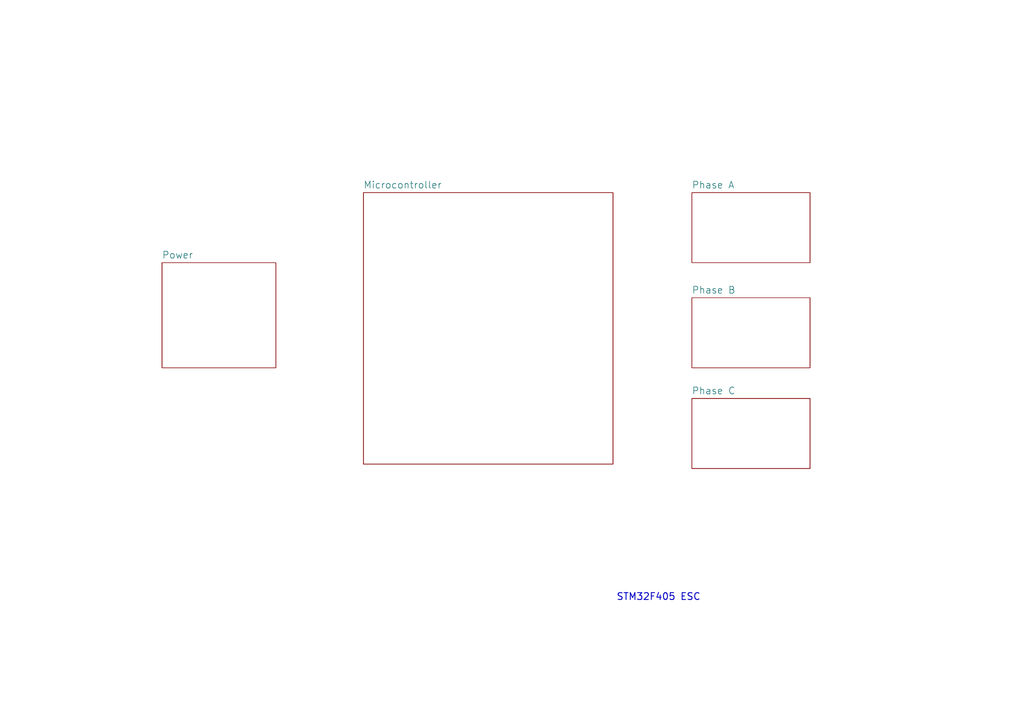
<source format=kicad_sch>
(kicad_sch
	(version 20250114)
	(generator "eeschema")
	(generator_version "9.0")
	(uuid "2a01873c-957a-4ca2-97b2-51cbc5d7526f")
	(paper "A4")
	(title_block
		(title "STM32F405 ESC")
		(rev "0.0.1")
		(company "mangoByte")
	)
	(lib_symbols)
	(text "STM32F405 ESC"
		(exclude_from_sim no)
		(at 191.008 173.228 0)
		(effects
			(font
				(size 2 2)
				(thickness 0.254)
				(bold yes)
			)
		)
		(uuid "938e4973-dd80-46db-af81-88a4c141f9fb")
	)
	(sheet
		(at 200.66 55.88)
		(size 34.29 20.32)
		(exclude_from_sim no)
		(in_bom yes)
		(on_board yes)
		(dnp no)
		(fields_autoplaced yes)
		(stroke
			(width 0.1524)
			(type solid)
		)
		(fill
			(color 0 0 0 0.0000)
		)
		(uuid "007f84fe-4e1d-48db-b594-48a4bbf7e8a4")
		(property "Sheetname" "Phase A"
			(at 200.66 54.8034 0)
			(effects
				(font
					(size 2 2)
				)
				(justify left bottom)
			)
		)
		(property "Sheetfile" "3_phase_A.kicad_sch"
			(at 200.66 76.7846 0)
			(effects
				(font
					(size 1.27 1.27)
				)
				(justify left top)
				(hide yes)
			)
		)
		(instances
			(project "STM32-ESC"
				(path "/2a01873c-957a-4ca2-97b2-51cbc5d7526f"
					(page "3")
				)
			)
		)
	)
	(sheet
		(at 200.66 115.57)
		(size 34.29 20.32)
		(exclude_from_sim no)
		(in_bom yes)
		(on_board yes)
		(dnp no)
		(fields_autoplaced yes)
		(stroke
			(width 0.1524)
			(type solid)
		)
		(fill
			(color 0 0 0 0.0000)
		)
		(uuid "1c296745-01fc-430f-aa47-a1a466732310")
		(property "Sheetname" "Phase C"
			(at 200.66 114.4934 0)
			(effects
				(font
					(size 2 2)
				)
				(justify left bottom)
			)
		)
		(property "Sheetfile" "5_phase_C.kicad_sch"
			(at 200.66 136.4746 0)
			(effects
				(font
					(size 1.27 1.27)
				)
				(justify left top)
				(hide yes)
			)
		)
		(instances
			(project "STM32-ESC"
				(path "/2a01873c-957a-4ca2-97b2-51cbc5d7526f"
					(page "5")
				)
			)
		)
	)
	(sheet
		(at 46.99 76.2)
		(size 33.02 30.48)
		(exclude_from_sim no)
		(in_bom yes)
		(on_board yes)
		(dnp no)
		(fields_autoplaced yes)
		(stroke
			(width 0.1524)
			(type solid)
		)
		(fill
			(color 0 0 0 0.0000)
		)
		(uuid "33622d9f-69f1-4212-b1eb-3572dac5d911")
		(property "Sheetname" "Power"
			(at 46.99 75.1234 0)
			(effects
				(font
					(size 2 2)
				)
				(justify left bottom)
			)
		)
		(property "Sheetfile" "1_power.kicad_sch"
			(at 46.99 107.2646 0)
			(effects
				(font
					(size 1.27 1.27)
				)
				(justify left top)
				(hide yes)
			)
		)
		(instances
			(project "STM32-ESC"
				(path "/2a01873c-957a-4ca2-97b2-51cbc5d7526f"
					(page "6")
				)
			)
		)
	)
	(sheet
		(at 105.41 55.88)
		(size 72.39 78.74)
		(exclude_from_sim no)
		(in_bom yes)
		(on_board yes)
		(dnp no)
		(fields_autoplaced yes)
		(stroke
			(width 0.1524)
			(type solid)
		)
		(fill
			(color 0 0 0 0.0000)
		)
		(uuid "4118c17c-287f-4b04-aa5f-104ce24cc406")
		(property "Sheetname" "Microcontroller"
			(at 105.41 54.8034 0)
			(effects
				(font
					(size 2 2)
				)
				(justify left bottom)
			)
		)
		(property "Sheetfile" "2_microcontroller.kicad_sch"
			(at 105.41 135.2046 0)
			(effects
				(font
					(size 1.27 1.27)
				)
				(justify left top)
				(hide yes)
			)
		)
		(instances
			(project "STM32-ESC"
				(path "/2a01873c-957a-4ca2-97b2-51cbc5d7526f"
					(page "2")
				)
			)
		)
	)
	(sheet
		(at 200.66 86.36)
		(size 34.29 20.32)
		(exclude_from_sim no)
		(in_bom yes)
		(on_board yes)
		(dnp no)
		(fields_autoplaced yes)
		(stroke
			(width 0.1524)
			(type solid)
		)
		(fill
			(color 0 0 0 0.0000)
		)
		(uuid "ed2452ac-fad5-4810-9107-a90d518da50c")
		(property "Sheetname" "Phase B"
			(at 200.66 85.2834 0)
			(effects
				(font
					(size 2 2)
				)
				(justify left bottom)
			)
		)
		(property "Sheetfile" "4_phase_B.kicad_sch"
			(at 200.66 107.2646 0)
			(effects
				(font
					(size 1.27 1.27)
				)
				(justify left top)
				(hide yes)
			)
		)
		(instances
			(project "STM32-ESC"
				(path "/2a01873c-957a-4ca2-97b2-51cbc5d7526f"
					(page "4")
				)
			)
		)
	)
	(sheet_instances
		(path "/"
			(page "1")
		)
	)
	(embedded_fonts no)
)

</source>
